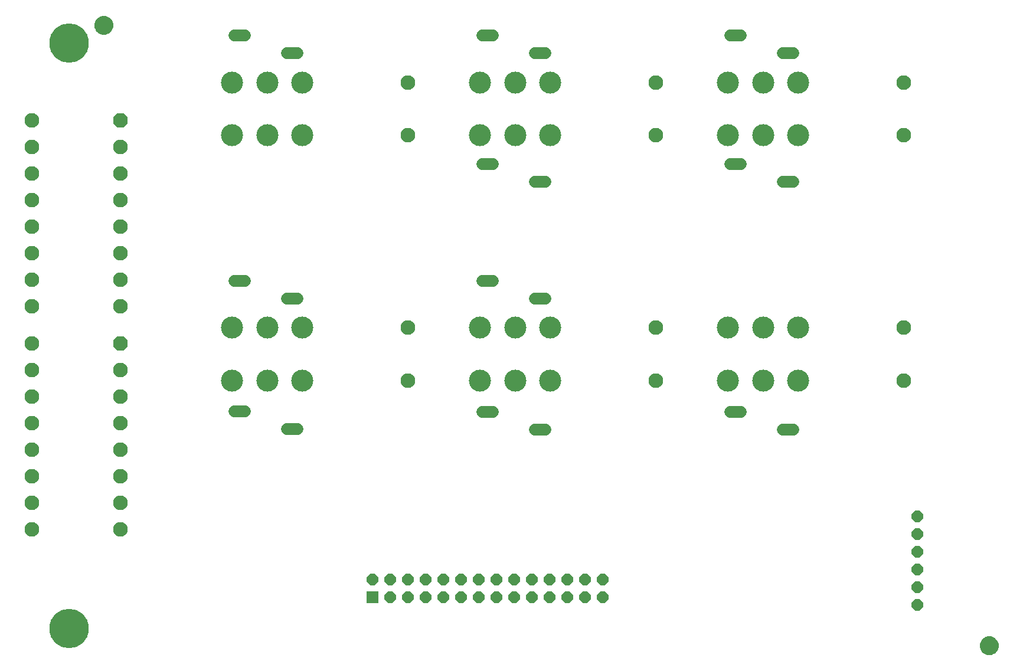
<source format=gbs>
G75*
%MOIN*%
%OFA0B0*%
%FSLAX25Y25*%
%IPPOS*%
%LPD*%
%AMOC8*
5,1,8,0,0,1.08239X$1,22.5*
%
%ADD10C,0.13198*%
%ADD11OC8,0.06506*%
%ADD12R,0.06506X0.06506*%
%ADD13C,0.00500*%
%ADD14C,0.12411*%
%ADD15C,0.08277*%
%ADD16C,0.06600*%
%ADD17OC8,0.08277*%
%ADD18C,0.22254*%
D10*
X0137995Y0087673D03*
X0137995Y0418382D03*
D11*
X0309333Y0115232D03*
X0319333Y0115232D03*
X0329333Y0115232D03*
X0339333Y0115232D03*
X0349333Y0115232D03*
X0359333Y0115232D03*
X0369333Y0115232D03*
X0379333Y0115232D03*
X0389333Y0115232D03*
X0399333Y0115232D03*
X0409333Y0115232D03*
X0419333Y0115232D03*
X0429333Y0115232D03*
X0439333Y0115232D03*
X0439333Y0105232D03*
X0429333Y0105232D03*
X0419333Y0105232D03*
X0409333Y0105232D03*
X0399333Y0105232D03*
X0389333Y0105232D03*
X0379333Y0105232D03*
X0369333Y0105232D03*
X0359333Y0105232D03*
X0349333Y0105232D03*
X0339333Y0105232D03*
X0329333Y0105232D03*
X0319333Y0105232D03*
X0617188Y0100770D03*
X0617188Y0110770D03*
X0617188Y0120770D03*
X0617188Y0130770D03*
X0617188Y0140770D03*
X0617188Y0150770D03*
D12*
X0309333Y0105232D03*
D13*
X0652680Y0077831D02*
X0652756Y0078699D01*
X0652981Y0079541D01*
X0653350Y0080331D01*
X0653850Y0081045D01*
X0654466Y0081661D01*
X0655180Y0082161D01*
X0655970Y0082529D01*
X0656812Y0082755D01*
X0657680Y0082831D01*
X0658548Y0082755D01*
X0659390Y0082529D01*
X0660180Y0082161D01*
X0660894Y0081661D01*
X0661510Y0081045D01*
X0662010Y0080331D01*
X0662378Y0079541D01*
X0662604Y0078699D01*
X0662680Y0077831D01*
X0662604Y0076962D01*
X0662378Y0076121D01*
X0662010Y0075331D01*
X0661510Y0074617D01*
X0660894Y0074000D01*
X0660180Y0073501D01*
X0659390Y0073132D01*
X0658548Y0072907D01*
X0657680Y0072831D01*
X0656812Y0072907D01*
X0655970Y0073132D01*
X0655180Y0073501D01*
X0654466Y0074000D01*
X0653850Y0074617D01*
X0653350Y0075331D01*
X0652981Y0076121D01*
X0652756Y0076962D01*
X0652680Y0077831D01*
X0652693Y0077984D02*
X0662666Y0077984D01*
X0662650Y0077485D02*
X0652710Y0077485D01*
X0652754Y0076987D02*
X0662606Y0076987D01*
X0662477Y0076488D02*
X0652883Y0076488D01*
X0653042Y0075990D02*
X0662317Y0075990D01*
X0662085Y0075491D02*
X0653275Y0075491D01*
X0653586Y0074993D02*
X0661773Y0074993D01*
X0661388Y0074494D02*
X0653972Y0074494D01*
X0654472Y0073996D02*
X0660887Y0073996D01*
X0660173Y0073497D02*
X0655187Y0073497D01*
X0656468Y0072999D02*
X0658892Y0072999D01*
X0662623Y0078482D02*
X0652737Y0078482D01*
X0652831Y0078981D02*
X0662528Y0078981D01*
X0662395Y0079479D02*
X0652965Y0079479D01*
X0653185Y0079978D02*
X0662174Y0079978D01*
X0661908Y0080477D02*
X0653452Y0080477D01*
X0653801Y0080975D02*
X0661559Y0080975D01*
X0661081Y0081474D02*
X0654278Y0081474D01*
X0654910Y0081972D02*
X0660449Y0081972D01*
X0659516Y0082471D02*
X0655844Y0082471D01*
X0162010Y0425724D02*
X0161510Y0425010D01*
X0160894Y0424394D01*
X0160180Y0423894D01*
X0159390Y0423526D01*
X0158548Y0423300D01*
X0157680Y0423224D01*
X0156812Y0423300D01*
X0155970Y0423526D01*
X0155180Y0423894D01*
X0154466Y0424394D01*
X0153850Y0425010D01*
X0153350Y0425724D01*
X0152981Y0426514D01*
X0152756Y0427356D01*
X0152680Y0428224D01*
X0152756Y0429093D01*
X0152981Y0429935D01*
X0153350Y0430724D01*
X0153850Y0431438D01*
X0154466Y0432055D01*
X0155180Y0432555D01*
X0155970Y0432923D01*
X0156812Y0433148D01*
X0157680Y0433224D01*
X0158548Y0433148D01*
X0159390Y0432923D01*
X0160180Y0432555D01*
X0160894Y0432055D01*
X0161510Y0431438D01*
X0162010Y0430724D01*
X0162378Y0429935D01*
X0162604Y0429093D01*
X0162680Y0428224D01*
X0162604Y0427356D01*
X0162378Y0426514D01*
X0162010Y0425724D01*
X0162113Y0425945D02*
X0153247Y0425945D01*
X0153014Y0426443D02*
X0162345Y0426443D01*
X0162493Y0426942D02*
X0152867Y0426942D01*
X0152748Y0427440D02*
X0162611Y0427440D01*
X0162655Y0427939D02*
X0152705Y0427939D01*
X0152698Y0428437D02*
X0162661Y0428437D01*
X0162618Y0428936D02*
X0152742Y0428936D01*
X0152847Y0429434D02*
X0162512Y0429434D01*
X0162379Y0429933D02*
X0152981Y0429933D01*
X0153213Y0430431D02*
X0162147Y0430431D01*
X0161866Y0430930D02*
X0153494Y0430930D01*
X0153843Y0431428D02*
X0161517Y0431428D01*
X0161021Y0431927D02*
X0154338Y0431927D01*
X0154995Y0432426D02*
X0160364Y0432426D01*
X0159386Y0432924D02*
X0155974Y0432924D01*
X0153544Y0425446D02*
X0161815Y0425446D01*
X0161447Y0424948D02*
X0153912Y0424948D01*
X0154411Y0424449D02*
X0160949Y0424449D01*
X0160261Y0423951D02*
X0155099Y0423951D01*
X0156245Y0423452D02*
X0159115Y0423452D01*
D14*
X0230081Y0395902D03*
X0249924Y0395902D03*
X0269766Y0395902D03*
X0269766Y0366138D03*
X0249924Y0366138D03*
X0230081Y0366138D03*
X0370081Y0366138D03*
X0389924Y0366138D03*
X0409766Y0366138D03*
X0409766Y0395902D03*
X0389924Y0395902D03*
X0370081Y0395902D03*
X0510081Y0395902D03*
X0529924Y0395902D03*
X0549766Y0395902D03*
X0549766Y0366138D03*
X0529924Y0366138D03*
X0510081Y0366138D03*
X0510081Y0257402D03*
X0529924Y0257402D03*
X0549766Y0257402D03*
X0549766Y0227638D03*
X0529924Y0227638D03*
X0510081Y0227638D03*
X0409766Y0227638D03*
X0389924Y0227638D03*
X0370081Y0227638D03*
X0370081Y0257402D03*
X0389924Y0257402D03*
X0409766Y0257402D03*
X0269766Y0257402D03*
X0249924Y0257402D03*
X0230081Y0257402D03*
X0230081Y0227638D03*
X0249924Y0227638D03*
X0269766Y0227638D03*
D15*
X0329294Y0227638D03*
X0329294Y0257402D03*
X0469294Y0257402D03*
X0469294Y0227638D03*
X0609294Y0227638D03*
X0609294Y0257402D03*
X0609294Y0366138D03*
X0609294Y0395902D03*
X0469294Y0395902D03*
X0469294Y0366138D03*
X0329294Y0366138D03*
X0329294Y0395902D03*
X0166932Y0359425D03*
X0166932Y0344425D03*
X0166932Y0329425D03*
X0166932Y0314425D03*
X0166932Y0299425D03*
X0166932Y0284425D03*
X0166932Y0269425D03*
X0116932Y0269425D03*
X0116932Y0284425D03*
X0116932Y0299425D03*
X0116932Y0314425D03*
X0116932Y0329425D03*
X0116932Y0344425D03*
X0116932Y0359425D03*
X0116932Y0374425D03*
X0116932Y0248441D03*
X0116932Y0233441D03*
X0116932Y0218441D03*
X0116932Y0203441D03*
X0116932Y0188441D03*
X0116932Y0173441D03*
X0116932Y0158441D03*
X0116932Y0143441D03*
X0166932Y0143441D03*
X0166932Y0158441D03*
X0166932Y0173441D03*
X0166932Y0188441D03*
X0166932Y0203441D03*
X0166932Y0218441D03*
X0166932Y0233441D03*
D16*
X0231424Y0210270D02*
X0237424Y0210270D01*
X0260951Y0200270D02*
X0266951Y0200270D01*
X0371424Y0210020D02*
X0377424Y0210020D01*
X0400951Y0200020D02*
X0406951Y0200020D01*
X0511424Y0210020D02*
X0517424Y0210020D01*
X0540951Y0200020D02*
X0546951Y0200020D01*
X0406951Y0274020D02*
X0400951Y0274020D01*
X0377424Y0284020D02*
X0371424Y0284020D01*
X0400951Y0340020D02*
X0406951Y0340020D01*
X0377424Y0350020D02*
X0371424Y0350020D01*
X0400951Y0412520D02*
X0406951Y0412520D01*
X0377424Y0422520D02*
X0371424Y0422520D01*
X0266951Y0412520D02*
X0260951Y0412520D01*
X0237424Y0422520D02*
X0231424Y0422520D01*
X0231424Y0284020D02*
X0237424Y0284020D01*
X0260951Y0274020D02*
X0266951Y0274020D01*
X0511424Y0350020D02*
X0517424Y0350020D01*
X0540951Y0340020D02*
X0546951Y0340020D01*
X0546951Y0412520D02*
X0540951Y0412520D01*
X0517424Y0422520D02*
X0511424Y0422520D01*
D17*
X0166932Y0374425D03*
X0166932Y0248441D03*
D18*
X0137995Y0087673D03*
X0137995Y0418382D03*
M02*

</source>
